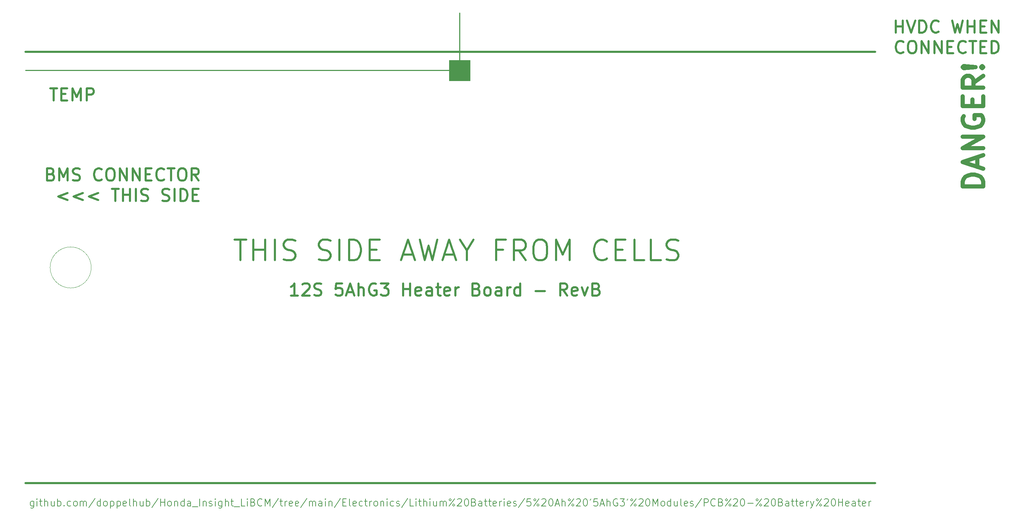
<source format=gto>
%TF.GenerationSoftware,KiCad,Pcbnew,(5.1.9-0-10_14)*%
%TF.CreationDate,2022-12-08T20:25:56-05:00*%
%TF.ProjectId,5AhG3-12S,35416847-332d-4313-9253-2e6b69636164,rev?*%
%TF.SameCoordinates,Original*%
%TF.FileFunction,Legend,Top*%
%TF.FilePolarity,Positive*%
%FSLAX46Y46*%
G04 Gerber Fmt 4.6, Leading zero omitted, Abs format (unit mm)*
G04 Created by KiCad (PCBNEW (5.1.9-0-10_14)) date 2022-12-08 20:25:56*
%MOMM*%
%LPD*%
G01*
G04 APERTURE LIST*
%ADD10C,0.500000*%
%ADD11C,0.250000*%
%ADD12C,0.100000*%
%ADD13C,0.150000*%
%ADD14C,1.000000*%
%ADD15C,0.120000*%
G04 APERTURE END LIST*
D10*
X80032142Y-92357142D02*
X81746428Y-92357142D01*
X80889285Y-95357142D02*
X80889285Y-92357142D01*
X82746428Y-93785714D02*
X83746428Y-93785714D01*
X84175000Y-95357142D02*
X82746428Y-95357142D01*
X82746428Y-92357142D01*
X84175000Y-92357142D01*
X85460714Y-95357142D02*
X85460714Y-92357142D01*
X86460714Y-94500000D01*
X87460714Y-92357142D01*
X87460714Y-95357142D01*
X88889285Y-95357142D02*
X88889285Y-92357142D01*
X90032142Y-92357142D01*
X90317857Y-92500000D01*
X90460714Y-92642857D01*
X90603571Y-92928571D01*
X90603571Y-93357142D01*
X90460714Y-93642857D01*
X90317857Y-93785714D01*
X90032142Y-93928571D01*
X88889285Y-93928571D01*
D11*
X179500000Y-88000000D02*
X74000000Y-88000000D01*
X179500000Y-88000000D02*
X179500000Y-74000000D01*
D12*
G36*
X182000000Y-90500000D02*
G01*
X177000000Y-90500000D01*
X177000000Y-85500000D01*
X182000000Y-85500000D01*
X182000000Y-90500000D01*
G37*
X182000000Y-90500000D02*
X177000000Y-90500000D01*
X177000000Y-85500000D01*
X182000000Y-85500000D01*
X182000000Y-90500000D01*
D13*
X76000000Y-192875000D02*
X76000000Y-194291666D01*
X75916666Y-194458333D01*
X75833333Y-194541666D01*
X75666666Y-194625000D01*
X75416666Y-194625000D01*
X75250000Y-194541666D01*
X76000000Y-193958333D02*
X75833333Y-194041666D01*
X75500000Y-194041666D01*
X75333333Y-193958333D01*
X75250000Y-193875000D01*
X75166666Y-193708333D01*
X75166666Y-193208333D01*
X75250000Y-193041666D01*
X75333333Y-192958333D01*
X75500000Y-192875000D01*
X75833333Y-192875000D01*
X76000000Y-192958333D01*
X76833333Y-194041666D02*
X76833333Y-192875000D01*
X76833333Y-192291666D02*
X76750000Y-192375000D01*
X76833333Y-192458333D01*
X76916666Y-192375000D01*
X76833333Y-192291666D01*
X76833333Y-192458333D01*
X77416666Y-192875000D02*
X78083333Y-192875000D01*
X77666666Y-192291666D02*
X77666666Y-193791666D01*
X77750000Y-193958333D01*
X77916666Y-194041666D01*
X78083333Y-194041666D01*
X78666666Y-194041666D02*
X78666666Y-192291666D01*
X79416666Y-194041666D02*
X79416666Y-193125000D01*
X79333333Y-192958333D01*
X79166666Y-192875000D01*
X78916666Y-192875000D01*
X78750000Y-192958333D01*
X78666666Y-193041666D01*
X81000000Y-192875000D02*
X81000000Y-194041666D01*
X80250000Y-192875000D02*
X80250000Y-193791666D01*
X80333333Y-193958333D01*
X80500000Y-194041666D01*
X80750000Y-194041666D01*
X80916666Y-193958333D01*
X81000000Y-193875000D01*
X81833333Y-194041666D02*
X81833333Y-192291666D01*
X81833333Y-192958333D02*
X82000000Y-192875000D01*
X82333333Y-192875000D01*
X82500000Y-192958333D01*
X82583333Y-193041666D01*
X82666666Y-193208333D01*
X82666666Y-193708333D01*
X82583333Y-193875000D01*
X82500000Y-193958333D01*
X82333333Y-194041666D01*
X82000000Y-194041666D01*
X81833333Y-193958333D01*
X83416666Y-193875000D02*
X83500000Y-193958333D01*
X83416666Y-194041666D01*
X83333333Y-193958333D01*
X83416666Y-193875000D01*
X83416666Y-194041666D01*
X85000000Y-193958333D02*
X84833333Y-194041666D01*
X84500000Y-194041666D01*
X84333333Y-193958333D01*
X84250000Y-193875000D01*
X84166666Y-193708333D01*
X84166666Y-193208333D01*
X84250000Y-193041666D01*
X84333333Y-192958333D01*
X84500000Y-192875000D01*
X84833333Y-192875000D01*
X85000000Y-192958333D01*
X86000000Y-194041666D02*
X85833333Y-193958333D01*
X85750000Y-193875000D01*
X85666666Y-193708333D01*
X85666666Y-193208333D01*
X85750000Y-193041666D01*
X85833333Y-192958333D01*
X86000000Y-192875000D01*
X86250000Y-192875000D01*
X86416666Y-192958333D01*
X86500000Y-193041666D01*
X86583333Y-193208333D01*
X86583333Y-193708333D01*
X86500000Y-193875000D01*
X86416666Y-193958333D01*
X86250000Y-194041666D01*
X86000000Y-194041666D01*
X87333333Y-194041666D02*
X87333333Y-192875000D01*
X87333333Y-193041666D02*
X87416666Y-192958333D01*
X87583333Y-192875000D01*
X87833333Y-192875000D01*
X88000000Y-192958333D01*
X88083333Y-193125000D01*
X88083333Y-194041666D01*
X88083333Y-193125000D02*
X88166666Y-192958333D01*
X88333333Y-192875000D01*
X88583333Y-192875000D01*
X88750000Y-192958333D01*
X88833333Y-193125000D01*
X88833333Y-194041666D01*
X90916666Y-192208333D02*
X89416666Y-194458333D01*
X92250000Y-194041666D02*
X92250000Y-192291666D01*
X92250000Y-193958333D02*
X92083333Y-194041666D01*
X91750000Y-194041666D01*
X91583333Y-193958333D01*
X91500000Y-193875000D01*
X91416666Y-193708333D01*
X91416666Y-193208333D01*
X91500000Y-193041666D01*
X91583333Y-192958333D01*
X91750000Y-192875000D01*
X92083333Y-192875000D01*
X92250000Y-192958333D01*
X93333333Y-194041666D02*
X93166666Y-193958333D01*
X93083333Y-193875000D01*
X93000000Y-193708333D01*
X93000000Y-193208333D01*
X93083333Y-193041666D01*
X93166666Y-192958333D01*
X93333333Y-192875000D01*
X93583333Y-192875000D01*
X93750000Y-192958333D01*
X93833333Y-193041666D01*
X93916666Y-193208333D01*
X93916666Y-193708333D01*
X93833333Y-193875000D01*
X93750000Y-193958333D01*
X93583333Y-194041666D01*
X93333333Y-194041666D01*
X94666666Y-192875000D02*
X94666666Y-194625000D01*
X94666666Y-192958333D02*
X94833333Y-192875000D01*
X95166666Y-192875000D01*
X95333333Y-192958333D01*
X95416666Y-193041666D01*
X95500000Y-193208333D01*
X95500000Y-193708333D01*
X95416666Y-193875000D01*
X95333333Y-193958333D01*
X95166666Y-194041666D01*
X94833333Y-194041666D01*
X94666666Y-193958333D01*
X96250000Y-192875000D02*
X96250000Y-194625000D01*
X96250000Y-192958333D02*
X96416666Y-192875000D01*
X96750000Y-192875000D01*
X96916666Y-192958333D01*
X97000000Y-193041666D01*
X97083333Y-193208333D01*
X97083333Y-193708333D01*
X97000000Y-193875000D01*
X96916666Y-193958333D01*
X96750000Y-194041666D01*
X96416666Y-194041666D01*
X96250000Y-193958333D01*
X98500000Y-193958333D02*
X98333333Y-194041666D01*
X98000000Y-194041666D01*
X97833333Y-193958333D01*
X97750000Y-193791666D01*
X97750000Y-193125000D01*
X97833333Y-192958333D01*
X98000000Y-192875000D01*
X98333333Y-192875000D01*
X98500000Y-192958333D01*
X98583333Y-193125000D01*
X98583333Y-193291666D01*
X97750000Y-193458333D01*
X99583333Y-194041666D02*
X99416666Y-193958333D01*
X99333333Y-193791666D01*
X99333333Y-192291666D01*
X100250000Y-194041666D02*
X100250000Y-192291666D01*
X101000000Y-194041666D02*
X101000000Y-193125000D01*
X100916666Y-192958333D01*
X100750000Y-192875000D01*
X100500000Y-192875000D01*
X100333333Y-192958333D01*
X100250000Y-193041666D01*
X102583333Y-192875000D02*
X102583333Y-194041666D01*
X101833333Y-192875000D02*
X101833333Y-193791666D01*
X101916666Y-193958333D01*
X102083333Y-194041666D01*
X102333333Y-194041666D01*
X102500000Y-193958333D01*
X102583333Y-193875000D01*
X103416666Y-194041666D02*
X103416666Y-192291666D01*
X103416666Y-192958333D02*
X103583333Y-192875000D01*
X103916666Y-192875000D01*
X104083333Y-192958333D01*
X104166666Y-193041666D01*
X104250000Y-193208333D01*
X104250000Y-193708333D01*
X104166666Y-193875000D01*
X104083333Y-193958333D01*
X103916666Y-194041666D01*
X103583333Y-194041666D01*
X103416666Y-193958333D01*
X106250000Y-192208333D02*
X104750000Y-194458333D01*
X106833333Y-194041666D02*
X106833333Y-192291666D01*
X106833333Y-193125000D02*
X107833333Y-193125000D01*
X107833333Y-194041666D02*
X107833333Y-192291666D01*
X108916666Y-194041666D02*
X108750000Y-193958333D01*
X108666666Y-193875000D01*
X108583333Y-193708333D01*
X108583333Y-193208333D01*
X108666666Y-193041666D01*
X108750000Y-192958333D01*
X108916666Y-192875000D01*
X109166666Y-192875000D01*
X109333333Y-192958333D01*
X109416666Y-193041666D01*
X109500000Y-193208333D01*
X109500000Y-193708333D01*
X109416666Y-193875000D01*
X109333333Y-193958333D01*
X109166666Y-194041666D01*
X108916666Y-194041666D01*
X110250000Y-192875000D02*
X110250000Y-194041666D01*
X110250000Y-193041666D02*
X110333333Y-192958333D01*
X110500000Y-192875000D01*
X110750000Y-192875000D01*
X110916666Y-192958333D01*
X111000000Y-193125000D01*
X111000000Y-194041666D01*
X112583333Y-194041666D02*
X112583333Y-192291666D01*
X112583333Y-193958333D02*
X112416666Y-194041666D01*
X112083333Y-194041666D01*
X111916666Y-193958333D01*
X111833333Y-193875000D01*
X111750000Y-193708333D01*
X111750000Y-193208333D01*
X111833333Y-193041666D01*
X111916666Y-192958333D01*
X112083333Y-192875000D01*
X112416666Y-192875000D01*
X112583333Y-192958333D01*
X114166666Y-194041666D02*
X114166666Y-193125000D01*
X114083333Y-192958333D01*
X113916666Y-192875000D01*
X113583333Y-192875000D01*
X113416666Y-192958333D01*
X114166666Y-193958333D02*
X114000000Y-194041666D01*
X113583333Y-194041666D01*
X113416666Y-193958333D01*
X113333333Y-193791666D01*
X113333333Y-193625000D01*
X113416666Y-193458333D01*
X113583333Y-193375000D01*
X114000000Y-193375000D01*
X114166666Y-193291666D01*
X114583333Y-194208333D02*
X115916666Y-194208333D01*
X116333333Y-194041666D02*
X116333333Y-192291666D01*
X117166666Y-192875000D02*
X117166666Y-194041666D01*
X117166666Y-193041666D02*
X117250000Y-192958333D01*
X117416666Y-192875000D01*
X117666666Y-192875000D01*
X117833333Y-192958333D01*
X117916666Y-193125000D01*
X117916666Y-194041666D01*
X118666666Y-193958333D02*
X118833333Y-194041666D01*
X119166666Y-194041666D01*
X119333333Y-193958333D01*
X119416666Y-193791666D01*
X119416666Y-193708333D01*
X119333333Y-193541666D01*
X119166666Y-193458333D01*
X118916666Y-193458333D01*
X118750000Y-193375000D01*
X118666666Y-193208333D01*
X118666666Y-193125000D01*
X118750000Y-192958333D01*
X118916666Y-192875000D01*
X119166666Y-192875000D01*
X119333333Y-192958333D01*
X120166666Y-194041666D02*
X120166666Y-192875000D01*
X120166666Y-192291666D02*
X120083333Y-192375000D01*
X120166666Y-192458333D01*
X120250000Y-192375000D01*
X120166666Y-192291666D01*
X120166666Y-192458333D01*
X121750000Y-192875000D02*
X121750000Y-194291666D01*
X121666666Y-194458333D01*
X121583333Y-194541666D01*
X121416666Y-194625000D01*
X121166666Y-194625000D01*
X121000000Y-194541666D01*
X121750000Y-193958333D02*
X121583333Y-194041666D01*
X121250000Y-194041666D01*
X121083333Y-193958333D01*
X121000000Y-193875000D01*
X120916666Y-193708333D01*
X120916666Y-193208333D01*
X121000000Y-193041666D01*
X121083333Y-192958333D01*
X121250000Y-192875000D01*
X121583333Y-192875000D01*
X121750000Y-192958333D01*
X122583333Y-194041666D02*
X122583333Y-192291666D01*
X123333333Y-194041666D02*
X123333333Y-193125000D01*
X123250000Y-192958333D01*
X123083333Y-192875000D01*
X122833333Y-192875000D01*
X122666666Y-192958333D01*
X122583333Y-193041666D01*
X123916666Y-192875000D02*
X124583333Y-192875000D01*
X124166666Y-192291666D02*
X124166666Y-193791666D01*
X124250000Y-193958333D01*
X124416666Y-194041666D01*
X124583333Y-194041666D01*
X124750000Y-194208333D02*
X126083333Y-194208333D01*
X127333333Y-194041666D02*
X126500000Y-194041666D01*
X126500000Y-192291666D01*
X127916666Y-194041666D02*
X127916666Y-192875000D01*
X127916666Y-192291666D02*
X127833333Y-192375000D01*
X127916666Y-192458333D01*
X128000000Y-192375000D01*
X127916666Y-192291666D01*
X127916666Y-192458333D01*
X129333333Y-193125000D02*
X129583333Y-193208333D01*
X129666666Y-193291666D01*
X129750000Y-193458333D01*
X129750000Y-193708333D01*
X129666666Y-193875000D01*
X129583333Y-193958333D01*
X129416666Y-194041666D01*
X128750000Y-194041666D01*
X128750000Y-192291666D01*
X129333333Y-192291666D01*
X129500000Y-192375000D01*
X129583333Y-192458333D01*
X129666666Y-192625000D01*
X129666666Y-192791666D01*
X129583333Y-192958333D01*
X129500000Y-193041666D01*
X129333333Y-193125000D01*
X128750000Y-193125000D01*
X131500000Y-193875000D02*
X131416666Y-193958333D01*
X131166666Y-194041666D01*
X131000000Y-194041666D01*
X130750000Y-193958333D01*
X130583333Y-193791666D01*
X130500000Y-193625000D01*
X130416666Y-193291666D01*
X130416666Y-193041666D01*
X130500000Y-192708333D01*
X130583333Y-192541666D01*
X130750000Y-192375000D01*
X131000000Y-192291666D01*
X131166666Y-192291666D01*
X131416666Y-192375000D01*
X131500000Y-192458333D01*
X132250000Y-194041666D02*
X132250000Y-192291666D01*
X132833333Y-193541666D01*
X133416666Y-192291666D01*
X133416666Y-194041666D01*
X135500000Y-192208333D02*
X134000000Y-194458333D01*
X135833333Y-192875000D02*
X136500000Y-192875000D01*
X136083333Y-192291666D02*
X136083333Y-193791666D01*
X136166666Y-193958333D01*
X136333333Y-194041666D01*
X136500000Y-194041666D01*
X137083333Y-194041666D02*
X137083333Y-192875000D01*
X137083333Y-193208333D02*
X137166666Y-193041666D01*
X137250000Y-192958333D01*
X137416666Y-192875000D01*
X137583333Y-192875000D01*
X138833333Y-193958333D02*
X138666666Y-194041666D01*
X138333333Y-194041666D01*
X138166666Y-193958333D01*
X138083333Y-193791666D01*
X138083333Y-193125000D01*
X138166666Y-192958333D01*
X138333333Y-192875000D01*
X138666666Y-192875000D01*
X138833333Y-192958333D01*
X138916666Y-193125000D01*
X138916666Y-193291666D01*
X138083333Y-193458333D01*
X140333333Y-193958333D02*
X140166666Y-194041666D01*
X139833333Y-194041666D01*
X139666666Y-193958333D01*
X139583333Y-193791666D01*
X139583333Y-193125000D01*
X139666666Y-192958333D01*
X139833333Y-192875000D01*
X140166666Y-192875000D01*
X140333333Y-192958333D01*
X140416666Y-193125000D01*
X140416666Y-193291666D01*
X139583333Y-193458333D01*
X142416666Y-192208333D02*
X140916666Y-194458333D01*
X143000000Y-194041666D02*
X143000000Y-192875000D01*
X143000000Y-193041666D02*
X143083333Y-192958333D01*
X143250000Y-192875000D01*
X143500000Y-192875000D01*
X143666666Y-192958333D01*
X143750000Y-193125000D01*
X143750000Y-194041666D01*
X143750000Y-193125000D02*
X143833333Y-192958333D01*
X144000000Y-192875000D01*
X144250000Y-192875000D01*
X144416666Y-192958333D01*
X144500000Y-193125000D01*
X144500000Y-194041666D01*
X146083333Y-194041666D02*
X146083333Y-193125000D01*
X146000000Y-192958333D01*
X145833333Y-192875000D01*
X145500000Y-192875000D01*
X145333333Y-192958333D01*
X146083333Y-193958333D02*
X145916666Y-194041666D01*
X145500000Y-194041666D01*
X145333333Y-193958333D01*
X145250000Y-193791666D01*
X145250000Y-193625000D01*
X145333333Y-193458333D01*
X145500000Y-193375000D01*
X145916666Y-193375000D01*
X146083333Y-193291666D01*
X146916666Y-194041666D02*
X146916666Y-192875000D01*
X146916666Y-192291666D02*
X146833333Y-192375000D01*
X146916666Y-192458333D01*
X147000000Y-192375000D01*
X146916666Y-192291666D01*
X146916666Y-192458333D01*
X147750000Y-192875000D02*
X147750000Y-194041666D01*
X147750000Y-193041666D02*
X147833333Y-192958333D01*
X148000000Y-192875000D01*
X148250000Y-192875000D01*
X148416666Y-192958333D01*
X148500000Y-193125000D01*
X148500000Y-194041666D01*
X150583333Y-192208333D02*
X149083333Y-194458333D01*
X151166666Y-193125000D02*
X151750000Y-193125000D01*
X152000000Y-194041666D02*
X151166666Y-194041666D01*
X151166666Y-192291666D01*
X152000000Y-192291666D01*
X153000000Y-194041666D02*
X152833333Y-193958333D01*
X152750000Y-193791666D01*
X152750000Y-192291666D01*
X154333333Y-193958333D02*
X154166666Y-194041666D01*
X153833333Y-194041666D01*
X153666666Y-193958333D01*
X153583333Y-193791666D01*
X153583333Y-193125000D01*
X153666666Y-192958333D01*
X153833333Y-192875000D01*
X154166666Y-192875000D01*
X154333333Y-192958333D01*
X154416666Y-193125000D01*
X154416666Y-193291666D01*
X153583333Y-193458333D01*
X155916666Y-193958333D02*
X155750000Y-194041666D01*
X155416666Y-194041666D01*
X155250000Y-193958333D01*
X155166666Y-193875000D01*
X155083333Y-193708333D01*
X155083333Y-193208333D01*
X155166666Y-193041666D01*
X155250000Y-192958333D01*
X155416666Y-192875000D01*
X155750000Y-192875000D01*
X155916666Y-192958333D01*
X156416666Y-192875000D02*
X157083333Y-192875000D01*
X156666666Y-192291666D02*
X156666666Y-193791666D01*
X156750000Y-193958333D01*
X156916666Y-194041666D01*
X157083333Y-194041666D01*
X157666666Y-194041666D02*
X157666666Y-192875000D01*
X157666666Y-193208333D02*
X157750000Y-193041666D01*
X157833333Y-192958333D01*
X158000000Y-192875000D01*
X158166666Y-192875000D01*
X159000000Y-194041666D02*
X158833333Y-193958333D01*
X158750000Y-193875000D01*
X158666666Y-193708333D01*
X158666666Y-193208333D01*
X158750000Y-193041666D01*
X158833333Y-192958333D01*
X159000000Y-192875000D01*
X159250000Y-192875000D01*
X159416666Y-192958333D01*
X159500000Y-193041666D01*
X159583333Y-193208333D01*
X159583333Y-193708333D01*
X159500000Y-193875000D01*
X159416666Y-193958333D01*
X159250000Y-194041666D01*
X159000000Y-194041666D01*
X160333333Y-192875000D02*
X160333333Y-194041666D01*
X160333333Y-193041666D02*
X160416666Y-192958333D01*
X160583333Y-192875000D01*
X160833333Y-192875000D01*
X161000000Y-192958333D01*
X161083333Y-193125000D01*
X161083333Y-194041666D01*
X161916666Y-194041666D02*
X161916666Y-192875000D01*
X161916666Y-192291666D02*
X161833333Y-192375000D01*
X161916666Y-192458333D01*
X162000000Y-192375000D01*
X161916666Y-192291666D01*
X161916666Y-192458333D01*
X163500000Y-193958333D02*
X163333333Y-194041666D01*
X163000000Y-194041666D01*
X162833333Y-193958333D01*
X162750000Y-193875000D01*
X162666666Y-193708333D01*
X162666666Y-193208333D01*
X162750000Y-193041666D01*
X162833333Y-192958333D01*
X163000000Y-192875000D01*
X163333333Y-192875000D01*
X163500000Y-192958333D01*
X164166666Y-193958333D02*
X164333333Y-194041666D01*
X164666666Y-194041666D01*
X164833333Y-193958333D01*
X164916666Y-193791666D01*
X164916666Y-193708333D01*
X164833333Y-193541666D01*
X164666666Y-193458333D01*
X164416666Y-193458333D01*
X164250000Y-193375000D01*
X164166666Y-193208333D01*
X164166666Y-193125000D01*
X164250000Y-192958333D01*
X164416666Y-192875000D01*
X164666666Y-192875000D01*
X164833333Y-192958333D01*
X166916666Y-192208333D02*
X165416666Y-194458333D01*
X168333333Y-194041666D02*
X167500000Y-194041666D01*
X167500000Y-192291666D01*
X168916666Y-194041666D02*
X168916666Y-192875000D01*
X168916666Y-192291666D02*
X168833333Y-192375000D01*
X168916666Y-192458333D01*
X169000000Y-192375000D01*
X168916666Y-192291666D01*
X168916666Y-192458333D01*
X169500000Y-192875000D02*
X170166666Y-192875000D01*
X169750000Y-192291666D02*
X169750000Y-193791666D01*
X169833333Y-193958333D01*
X170000000Y-194041666D01*
X170166666Y-194041666D01*
X170750000Y-194041666D02*
X170750000Y-192291666D01*
X171500000Y-194041666D02*
X171500000Y-193125000D01*
X171416666Y-192958333D01*
X171250000Y-192875000D01*
X171000000Y-192875000D01*
X170833333Y-192958333D01*
X170750000Y-193041666D01*
X172333333Y-194041666D02*
X172333333Y-192875000D01*
X172333333Y-192291666D02*
X172250000Y-192375000D01*
X172333333Y-192458333D01*
X172416666Y-192375000D01*
X172333333Y-192291666D01*
X172333333Y-192458333D01*
X173916666Y-192875000D02*
X173916666Y-194041666D01*
X173166666Y-192875000D02*
X173166666Y-193791666D01*
X173250000Y-193958333D01*
X173416666Y-194041666D01*
X173666666Y-194041666D01*
X173833333Y-193958333D01*
X173916666Y-193875000D01*
X174750000Y-194041666D02*
X174750000Y-192875000D01*
X174750000Y-193041666D02*
X174833333Y-192958333D01*
X175000000Y-192875000D01*
X175250000Y-192875000D01*
X175416666Y-192958333D01*
X175500000Y-193125000D01*
X175500000Y-194041666D01*
X175500000Y-193125000D02*
X175583333Y-192958333D01*
X175750000Y-192875000D01*
X176000000Y-192875000D01*
X176166666Y-192958333D01*
X176250000Y-193125000D01*
X176250000Y-194041666D01*
X177000000Y-194041666D02*
X178333333Y-192291666D01*
X177250000Y-192291666D02*
X177416666Y-192375000D01*
X177500000Y-192541666D01*
X177416666Y-192708333D01*
X177250000Y-192791666D01*
X177083333Y-192708333D01*
X177000000Y-192541666D01*
X177083333Y-192375000D01*
X177250000Y-192291666D01*
X178250000Y-193958333D02*
X178333333Y-193791666D01*
X178250000Y-193625000D01*
X178083333Y-193541666D01*
X177916666Y-193625000D01*
X177833333Y-193791666D01*
X177916666Y-193958333D01*
X178083333Y-194041666D01*
X178250000Y-193958333D01*
X179000000Y-192458333D02*
X179083333Y-192375000D01*
X179250000Y-192291666D01*
X179666666Y-192291666D01*
X179833333Y-192375000D01*
X179916666Y-192458333D01*
X180000000Y-192625000D01*
X180000000Y-192791666D01*
X179916666Y-193041666D01*
X178916666Y-194041666D01*
X180000000Y-194041666D01*
X181083333Y-192291666D02*
X181250000Y-192291666D01*
X181416666Y-192375000D01*
X181500000Y-192458333D01*
X181583333Y-192625000D01*
X181666666Y-192958333D01*
X181666666Y-193375000D01*
X181583333Y-193708333D01*
X181500000Y-193875000D01*
X181416666Y-193958333D01*
X181250000Y-194041666D01*
X181083333Y-194041666D01*
X180916666Y-193958333D01*
X180833333Y-193875000D01*
X180750000Y-193708333D01*
X180666666Y-193375000D01*
X180666666Y-192958333D01*
X180750000Y-192625000D01*
X180833333Y-192458333D01*
X180916666Y-192375000D01*
X181083333Y-192291666D01*
X183000000Y-193125000D02*
X183250000Y-193208333D01*
X183333333Y-193291666D01*
X183416666Y-193458333D01*
X183416666Y-193708333D01*
X183333333Y-193875000D01*
X183250000Y-193958333D01*
X183083333Y-194041666D01*
X182416666Y-194041666D01*
X182416666Y-192291666D01*
X183000000Y-192291666D01*
X183166666Y-192375000D01*
X183250000Y-192458333D01*
X183333333Y-192625000D01*
X183333333Y-192791666D01*
X183250000Y-192958333D01*
X183166666Y-193041666D01*
X183000000Y-193125000D01*
X182416666Y-193125000D01*
X184916666Y-194041666D02*
X184916666Y-193125000D01*
X184833333Y-192958333D01*
X184666666Y-192875000D01*
X184333333Y-192875000D01*
X184166666Y-192958333D01*
X184916666Y-193958333D02*
X184750000Y-194041666D01*
X184333333Y-194041666D01*
X184166666Y-193958333D01*
X184083333Y-193791666D01*
X184083333Y-193625000D01*
X184166666Y-193458333D01*
X184333333Y-193375000D01*
X184750000Y-193375000D01*
X184916666Y-193291666D01*
X185500000Y-192875000D02*
X186166666Y-192875000D01*
X185750000Y-192291666D02*
X185750000Y-193791666D01*
X185833333Y-193958333D01*
X186000000Y-194041666D01*
X186166666Y-194041666D01*
X186500000Y-192875000D02*
X187166666Y-192875000D01*
X186750000Y-192291666D02*
X186750000Y-193791666D01*
X186833333Y-193958333D01*
X187000000Y-194041666D01*
X187166666Y-194041666D01*
X188416666Y-193958333D02*
X188250000Y-194041666D01*
X187916666Y-194041666D01*
X187750000Y-193958333D01*
X187666666Y-193791666D01*
X187666666Y-193125000D01*
X187750000Y-192958333D01*
X187916666Y-192875000D01*
X188250000Y-192875000D01*
X188416666Y-192958333D01*
X188500000Y-193125000D01*
X188500000Y-193291666D01*
X187666666Y-193458333D01*
X189250000Y-194041666D02*
X189250000Y-192875000D01*
X189250000Y-193208333D02*
X189333333Y-193041666D01*
X189416666Y-192958333D01*
X189583333Y-192875000D01*
X189750000Y-192875000D01*
X190333333Y-194041666D02*
X190333333Y-192875000D01*
X190333333Y-192291666D02*
X190250000Y-192375000D01*
X190333333Y-192458333D01*
X190416666Y-192375000D01*
X190333333Y-192291666D01*
X190333333Y-192458333D01*
X191833333Y-193958333D02*
X191666666Y-194041666D01*
X191333333Y-194041666D01*
X191166666Y-193958333D01*
X191083333Y-193791666D01*
X191083333Y-193125000D01*
X191166666Y-192958333D01*
X191333333Y-192875000D01*
X191666666Y-192875000D01*
X191833333Y-192958333D01*
X191916666Y-193125000D01*
X191916666Y-193291666D01*
X191083333Y-193458333D01*
X192583333Y-193958333D02*
X192750000Y-194041666D01*
X193083333Y-194041666D01*
X193250000Y-193958333D01*
X193333333Y-193791666D01*
X193333333Y-193708333D01*
X193250000Y-193541666D01*
X193083333Y-193458333D01*
X192833333Y-193458333D01*
X192666666Y-193375000D01*
X192583333Y-193208333D01*
X192583333Y-193125000D01*
X192666666Y-192958333D01*
X192833333Y-192875000D01*
X193083333Y-192875000D01*
X193250000Y-192958333D01*
X195333333Y-192208333D02*
X193833333Y-194458333D01*
X196750000Y-192291666D02*
X195916666Y-192291666D01*
X195833333Y-193125000D01*
X195916666Y-193041666D01*
X196083333Y-192958333D01*
X196500000Y-192958333D01*
X196666666Y-193041666D01*
X196750000Y-193125000D01*
X196833333Y-193291666D01*
X196833333Y-193708333D01*
X196750000Y-193875000D01*
X196666666Y-193958333D01*
X196500000Y-194041666D01*
X196083333Y-194041666D01*
X195916666Y-193958333D01*
X195833333Y-193875000D01*
X197500000Y-194041666D02*
X198833333Y-192291666D01*
X197750000Y-192291666D02*
X197916666Y-192375000D01*
X198000000Y-192541666D01*
X197916666Y-192708333D01*
X197750000Y-192791666D01*
X197583333Y-192708333D01*
X197500000Y-192541666D01*
X197583333Y-192375000D01*
X197750000Y-192291666D01*
X198750000Y-193958333D02*
X198833333Y-193791666D01*
X198750000Y-193625000D01*
X198583333Y-193541666D01*
X198416666Y-193625000D01*
X198333333Y-193791666D01*
X198416666Y-193958333D01*
X198583333Y-194041666D01*
X198750000Y-193958333D01*
X199500000Y-192458333D02*
X199583333Y-192375000D01*
X199750000Y-192291666D01*
X200166666Y-192291666D01*
X200333333Y-192375000D01*
X200416666Y-192458333D01*
X200500000Y-192625000D01*
X200500000Y-192791666D01*
X200416666Y-193041666D01*
X199416666Y-194041666D01*
X200500000Y-194041666D01*
X201583333Y-192291666D02*
X201750000Y-192291666D01*
X201916666Y-192375000D01*
X202000000Y-192458333D01*
X202083333Y-192625000D01*
X202166666Y-192958333D01*
X202166666Y-193375000D01*
X202083333Y-193708333D01*
X202000000Y-193875000D01*
X201916666Y-193958333D01*
X201750000Y-194041666D01*
X201583333Y-194041666D01*
X201416666Y-193958333D01*
X201333333Y-193875000D01*
X201250000Y-193708333D01*
X201166666Y-193375000D01*
X201166666Y-192958333D01*
X201250000Y-192625000D01*
X201333333Y-192458333D01*
X201416666Y-192375000D01*
X201583333Y-192291666D01*
X202833333Y-193541666D02*
X203666666Y-193541666D01*
X202666666Y-194041666D02*
X203250000Y-192291666D01*
X203833333Y-194041666D01*
X204416666Y-194041666D02*
X204416666Y-192291666D01*
X205166666Y-194041666D02*
X205166666Y-193125000D01*
X205083333Y-192958333D01*
X204916666Y-192875000D01*
X204666666Y-192875000D01*
X204500000Y-192958333D01*
X204416666Y-193041666D01*
X205916666Y-194041666D02*
X207250000Y-192291666D01*
X206166666Y-192291666D02*
X206333333Y-192375000D01*
X206416666Y-192541666D01*
X206333333Y-192708333D01*
X206166666Y-192791666D01*
X206000000Y-192708333D01*
X205916666Y-192541666D01*
X206000000Y-192375000D01*
X206166666Y-192291666D01*
X207166666Y-193958333D02*
X207250000Y-193791666D01*
X207166666Y-193625000D01*
X207000000Y-193541666D01*
X206833333Y-193625000D01*
X206750000Y-193791666D01*
X206833333Y-193958333D01*
X207000000Y-194041666D01*
X207166666Y-193958333D01*
X207916666Y-192458333D02*
X208000000Y-192375000D01*
X208166666Y-192291666D01*
X208583333Y-192291666D01*
X208750000Y-192375000D01*
X208833333Y-192458333D01*
X208916666Y-192625000D01*
X208916666Y-192791666D01*
X208833333Y-193041666D01*
X207833333Y-194041666D01*
X208916666Y-194041666D01*
X210000000Y-192291666D02*
X210166666Y-192291666D01*
X210333333Y-192375000D01*
X210416666Y-192458333D01*
X210500000Y-192625000D01*
X210583333Y-192958333D01*
X210583333Y-193375000D01*
X210500000Y-193708333D01*
X210416666Y-193875000D01*
X210333333Y-193958333D01*
X210166666Y-194041666D01*
X210000000Y-194041666D01*
X209833333Y-193958333D01*
X209750000Y-193875000D01*
X209666666Y-193708333D01*
X209583333Y-193375000D01*
X209583333Y-192958333D01*
X209666666Y-192625000D01*
X209750000Y-192458333D01*
X209833333Y-192375000D01*
X210000000Y-192291666D01*
X211416666Y-192291666D02*
X211250000Y-192625000D01*
X213000000Y-192291666D02*
X212166666Y-192291666D01*
X212083333Y-193125000D01*
X212166666Y-193041666D01*
X212333333Y-192958333D01*
X212750000Y-192958333D01*
X212916666Y-193041666D01*
X213000000Y-193125000D01*
X213083333Y-193291666D01*
X213083333Y-193708333D01*
X213000000Y-193875000D01*
X212916666Y-193958333D01*
X212750000Y-194041666D01*
X212333333Y-194041666D01*
X212166666Y-193958333D01*
X212083333Y-193875000D01*
X213750000Y-193541666D02*
X214583333Y-193541666D01*
X213583333Y-194041666D02*
X214166666Y-192291666D01*
X214750000Y-194041666D01*
X215333333Y-194041666D02*
X215333333Y-192291666D01*
X216083333Y-194041666D02*
X216083333Y-193125000D01*
X216000000Y-192958333D01*
X215833333Y-192875000D01*
X215583333Y-192875000D01*
X215416666Y-192958333D01*
X215333333Y-193041666D01*
X217833333Y-192375000D02*
X217666666Y-192291666D01*
X217416666Y-192291666D01*
X217166666Y-192375000D01*
X217000000Y-192541666D01*
X216916666Y-192708333D01*
X216833333Y-193041666D01*
X216833333Y-193291666D01*
X216916666Y-193625000D01*
X217000000Y-193791666D01*
X217166666Y-193958333D01*
X217416666Y-194041666D01*
X217583333Y-194041666D01*
X217833333Y-193958333D01*
X217916666Y-193875000D01*
X217916666Y-193291666D01*
X217583333Y-193291666D01*
X218500000Y-192291666D02*
X219583333Y-192291666D01*
X219000000Y-192958333D01*
X219250000Y-192958333D01*
X219416666Y-193041666D01*
X219500000Y-193125000D01*
X219583333Y-193291666D01*
X219583333Y-193708333D01*
X219500000Y-193875000D01*
X219416666Y-193958333D01*
X219250000Y-194041666D01*
X218750000Y-194041666D01*
X218583333Y-193958333D01*
X218500000Y-193875000D01*
X220416666Y-192291666D02*
X220250000Y-192625000D01*
X221083333Y-194041666D02*
X222416666Y-192291666D01*
X221333333Y-192291666D02*
X221500000Y-192375000D01*
X221583333Y-192541666D01*
X221500000Y-192708333D01*
X221333333Y-192791666D01*
X221166666Y-192708333D01*
X221083333Y-192541666D01*
X221166666Y-192375000D01*
X221333333Y-192291666D01*
X222333333Y-193958333D02*
X222416666Y-193791666D01*
X222333333Y-193625000D01*
X222166666Y-193541666D01*
X222000000Y-193625000D01*
X221916666Y-193791666D01*
X222000000Y-193958333D01*
X222166666Y-194041666D01*
X222333333Y-193958333D01*
X223083333Y-192458333D02*
X223166666Y-192375000D01*
X223333333Y-192291666D01*
X223750000Y-192291666D01*
X223916666Y-192375000D01*
X224000000Y-192458333D01*
X224083333Y-192625000D01*
X224083333Y-192791666D01*
X224000000Y-193041666D01*
X223000000Y-194041666D01*
X224083333Y-194041666D01*
X225166666Y-192291666D02*
X225333333Y-192291666D01*
X225500000Y-192375000D01*
X225583333Y-192458333D01*
X225666666Y-192625000D01*
X225750000Y-192958333D01*
X225750000Y-193375000D01*
X225666666Y-193708333D01*
X225583333Y-193875000D01*
X225500000Y-193958333D01*
X225333333Y-194041666D01*
X225166666Y-194041666D01*
X225000000Y-193958333D01*
X224916666Y-193875000D01*
X224833333Y-193708333D01*
X224750000Y-193375000D01*
X224750000Y-192958333D01*
X224833333Y-192625000D01*
X224916666Y-192458333D01*
X225000000Y-192375000D01*
X225166666Y-192291666D01*
X226500000Y-194041666D02*
X226500000Y-192291666D01*
X227083333Y-193541666D01*
X227666666Y-192291666D01*
X227666666Y-194041666D01*
X228750000Y-194041666D02*
X228583333Y-193958333D01*
X228500000Y-193875000D01*
X228416666Y-193708333D01*
X228416666Y-193208333D01*
X228500000Y-193041666D01*
X228583333Y-192958333D01*
X228750000Y-192875000D01*
X229000000Y-192875000D01*
X229166666Y-192958333D01*
X229250000Y-193041666D01*
X229333333Y-193208333D01*
X229333333Y-193708333D01*
X229250000Y-193875000D01*
X229166666Y-193958333D01*
X229000000Y-194041666D01*
X228750000Y-194041666D01*
X230833333Y-194041666D02*
X230833333Y-192291666D01*
X230833333Y-193958333D02*
X230666666Y-194041666D01*
X230333333Y-194041666D01*
X230166666Y-193958333D01*
X230083333Y-193875000D01*
X230000000Y-193708333D01*
X230000000Y-193208333D01*
X230083333Y-193041666D01*
X230166666Y-192958333D01*
X230333333Y-192875000D01*
X230666666Y-192875000D01*
X230833333Y-192958333D01*
X232416666Y-192875000D02*
X232416666Y-194041666D01*
X231666666Y-192875000D02*
X231666666Y-193791666D01*
X231750000Y-193958333D01*
X231916666Y-194041666D01*
X232166666Y-194041666D01*
X232333333Y-193958333D01*
X232416666Y-193875000D01*
X233500000Y-194041666D02*
X233333333Y-193958333D01*
X233250000Y-193791666D01*
X233250000Y-192291666D01*
X234833333Y-193958333D02*
X234666666Y-194041666D01*
X234333333Y-194041666D01*
X234166666Y-193958333D01*
X234083333Y-193791666D01*
X234083333Y-193125000D01*
X234166666Y-192958333D01*
X234333333Y-192875000D01*
X234666666Y-192875000D01*
X234833333Y-192958333D01*
X234916666Y-193125000D01*
X234916666Y-193291666D01*
X234083333Y-193458333D01*
X235583333Y-193958333D02*
X235750000Y-194041666D01*
X236083333Y-194041666D01*
X236250000Y-193958333D01*
X236333333Y-193791666D01*
X236333333Y-193708333D01*
X236250000Y-193541666D01*
X236083333Y-193458333D01*
X235833333Y-193458333D01*
X235666666Y-193375000D01*
X235583333Y-193208333D01*
X235583333Y-193125000D01*
X235666666Y-192958333D01*
X235833333Y-192875000D01*
X236083333Y-192875000D01*
X236250000Y-192958333D01*
X238333333Y-192208333D02*
X236833333Y-194458333D01*
X238916666Y-194041666D02*
X238916666Y-192291666D01*
X239583333Y-192291666D01*
X239750000Y-192375000D01*
X239833333Y-192458333D01*
X239916666Y-192625000D01*
X239916666Y-192875000D01*
X239833333Y-193041666D01*
X239750000Y-193125000D01*
X239583333Y-193208333D01*
X238916666Y-193208333D01*
X241666666Y-193875000D02*
X241583333Y-193958333D01*
X241333333Y-194041666D01*
X241166666Y-194041666D01*
X240916666Y-193958333D01*
X240750000Y-193791666D01*
X240666666Y-193625000D01*
X240583333Y-193291666D01*
X240583333Y-193041666D01*
X240666666Y-192708333D01*
X240750000Y-192541666D01*
X240916666Y-192375000D01*
X241166666Y-192291666D01*
X241333333Y-192291666D01*
X241583333Y-192375000D01*
X241666666Y-192458333D01*
X243000000Y-193125000D02*
X243250000Y-193208333D01*
X243333333Y-193291666D01*
X243416666Y-193458333D01*
X243416666Y-193708333D01*
X243333333Y-193875000D01*
X243250000Y-193958333D01*
X243083333Y-194041666D01*
X242416666Y-194041666D01*
X242416666Y-192291666D01*
X243000000Y-192291666D01*
X243166666Y-192375000D01*
X243250000Y-192458333D01*
X243333333Y-192625000D01*
X243333333Y-192791666D01*
X243250000Y-192958333D01*
X243166666Y-193041666D01*
X243000000Y-193125000D01*
X242416666Y-193125000D01*
X244083333Y-194041666D02*
X245416666Y-192291666D01*
X244333333Y-192291666D02*
X244500000Y-192375000D01*
X244583333Y-192541666D01*
X244500000Y-192708333D01*
X244333333Y-192791666D01*
X244166666Y-192708333D01*
X244083333Y-192541666D01*
X244166666Y-192375000D01*
X244333333Y-192291666D01*
X245333333Y-193958333D02*
X245416666Y-193791666D01*
X245333333Y-193625000D01*
X245166666Y-193541666D01*
X245000000Y-193625000D01*
X244916666Y-193791666D01*
X245000000Y-193958333D01*
X245166666Y-194041666D01*
X245333333Y-193958333D01*
X246083333Y-192458333D02*
X246166666Y-192375000D01*
X246333333Y-192291666D01*
X246750000Y-192291666D01*
X246916666Y-192375000D01*
X247000000Y-192458333D01*
X247083333Y-192625000D01*
X247083333Y-192791666D01*
X247000000Y-193041666D01*
X246000000Y-194041666D01*
X247083333Y-194041666D01*
X248166666Y-192291666D02*
X248333333Y-192291666D01*
X248500000Y-192375000D01*
X248583333Y-192458333D01*
X248666666Y-192625000D01*
X248750000Y-192958333D01*
X248750000Y-193375000D01*
X248666666Y-193708333D01*
X248583333Y-193875000D01*
X248500000Y-193958333D01*
X248333333Y-194041666D01*
X248166666Y-194041666D01*
X248000000Y-193958333D01*
X247916666Y-193875000D01*
X247833333Y-193708333D01*
X247750000Y-193375000D01*
X247750000Y-192958333D01*
X247833333Y-192625000D01*
X247916666Y-192458333D01*
X248000000Y-192375000D01*
X248166666Y-192291666D01*
X249500000Y-193375000D02*
X250833333Y-193375000D01*
X251583333Y-194041666D02*
X252916666Y-192291666D01*
X251833333Y-192291666D02*
X252000000Y-192375000D01*
X252083333Y-192541666D01*
X252000000Y-192708333D01*
X251833333Y-192791666D01*
X251666666Y-192708333D01*
X251583333Y-192541666D01*
X251666666Y-192375000D01*
X251833333Y-192291666D01*
X252833333Y-193958333D02*
X252916666Y-193791666D01*
X252833333Y-193625000D01*
X252666666Y-193541666D01*
X252500000Y-193625000D01*
X252416666Y-193791666D01*
X252500000Y-193958333D01*
X252666666Y-194041666D01*
X252833333Y-193958333D01*
X253583333Y-192458333D02*
X253666666Y-192375000D01*
X253833333Y-192291666D01*
X254250000Y-192291666D01*
X254416666Y-192375000D01*
X254500000Y-192458333D01*
X254583333Y-192625000D01*
X254583333Y-192791666D01*
X254500000Y-193041666D01*
X253500000Y-194041666D01*
X254583333Y-194041666D01*
X255666666Y-192291666D02*
X255833333Y-192291666D01*
X256000000Y-192375000D01*
X256083333Y-192458333D01*
X256166666Y-192625000D01*
X256250000Y-192958333D01*
X256250000Y-193375000D01*
X256166666Y-193708333D01*
X256083333Y-193875000D01*
X256000000Y-193958333D01*
X255833333Y-194041666D01*
X255666666Y-194041666D01*
X255500000Y-193958333D01*
X255416666Y-193875000D01*
X255333333Y-193708333D01*
X255250000Y-193375000D01*
X255250000Y-192958333D01*
X255333333Y-192625000D01*
X255416666Y-192458333D01*
X255500000Y-192375000D01*
X255666666Y-192291666D01*
X257583333Y-193125000D02*
X257833333Y-193208333D01*
X257916666Y-193291666D01*
X257999999Y-193458333D01*
X257999999Y-193708333D01*
X257916666Y-193875000D01*
X257833333Y-193958333D01*
X257666666Y-194041666D01*
X256999999Y-194041666D01*
X256999999Y-192291666D01*
X257583333Y-192291666D01*
X257749999Y-192375000D01*
X257833333Y-192458333D01*
X257916666Y-192625000D01*
X257916666Y-192791666D01*
X257833333Y-192958333D01*
X257749999Y-193041666D01*
X257583333Y-193125000D01*
X256999999Y-193125000D01*
X259499999Y-194041666D02*
X259499999Y-193125000D01*
X259416666Y-192958333D01*
X259249999Y-192875000D01*
X258916666Y-192875000D01*
X258749999Y-192958333D01*
X259499999Y-193958333D02*
X259333333Y-194041666D01*
X258916666Y-194041666D01*
X258749999Y-193958333D01*
X258666666Y-193791666D01*
X258666666Y-193625000D01*
X258749999Y-193458333D01*
X258916666Y-193375000D01*
X259333333Y-193375000D01*
X259499999Y-193291666D01*
X260083333Y-192875000D02*
X260750000Y-192875000D01*
X260333333Y-192291666D02*
X260333333Y-193791666D01*
X260416666Y-193958333D01*
X260583333Y-194041666D01*
X260750000Y-194041666D01*
X261083333Y-192875000D02*
X261750000Y-192875000D01*
X261333333Y-192291666D02*
X261333333Y-193791666D01*
X261416666Y-193958333D01*
X261583333Y-194041666D01*
X261750000Y-194041666D01*
X263000000Y-193958333D02*
X262833333Y-194041666D01*
X262500000Y-194041666D01*
X262333333Y-193958333D01*
X262250000Y-193791666D01*
X262250000Y-193125000D01*
X262333333Y-192958333D01*
X262500000Y-192875000D01*
X262833333Y-192875000D01*
X263000000Y-192958333D01*
X263083333Y-193125000D01*
X263083333Y-193291666D01*
X262250000Y-193458333D01*
X263833333Y-194041666D02*
X263833333Y-192875000D01*
X263833333Y-193208333D02*
X263916666Y-193041666D01*
X264000000Y-192958333D01*
X264166666Y-192875000D01*
X264333333Y-192875000D01*
X264750000Y-192875000D02*
X265166666Y-194041666D01*
X265583333Y-192875000D02*
X265166666Y-194041666D01*
X265000000Y-194458333D01*
X264916666Y-194541666D01*
X264750000Y-194625000D01*
X266166666Y-194041666D02*
X267500000Y-192291666D01*
X266416666Y-192291666D02*
X266583333Y-192375000D01*
X266666666Y-192541666D01*
X266583333Y-192708333D01*
X266416666Y-192791666D01*
X266250000Y-192708333D01*
X266166666Y-192541666D01*
X266250000Y-192375000D01*
X266416666Y-192291666D01*
X267416666Y-193958333D02*
X267500000Y-193791666D01*
X267416666Y-193625000D01*
X267250000Y-193541666D01*
X267083333Y-193625000D01*
X267000000Y-193791666D01*
X267083333Y-193958333D01*
X267250000Y-194041666D01*
X267416666Y-193958333D01*
X268166666Y-192458333D02*
X268250000Y-192375000D01*
X268416666Y-192291666D01*
X268833333Y-192291666D01*
X269000000Y-192375000D01*
X269083333Y-192458333D01*
X269166666Y-192625000D01*
X269166666Y-192791666D01*
X269083333Y-193041666D01*
X268083333Y-194041666D01*
X269166666Y-194041666D01*
X270250000Y-192291666D02*
X270416666Y-192291666D01*
X270583333Y-192375000D01*
X270666666Y-192458333D01*
X270750000Y-192625000D01*
X270833333Y-192958333D01*
X270833333Y-193375000D01*
X270750000Y-193708333D01*
X270666666Y-193875000D01*
X270583333Y-193958333D01*
X270416666Y-194041666D01*
X270250000Y-194041666D01*
X270083333Y-193958333D01*
X270000000Y-193875000D01*
X269916666Y-193708333D01*
X269833333Y-193375000D01*
X269833333Y-192958333D01*
X269916666Y-192625000D01*
X270000000Y-192458333D01*
X270083333Y-192375000D01*
X270250000Y-192291666D01*
X271583333Y-194041666D02*
X271583333Y-192291666D01*
X271583333Y-193125000D02*
X272583333Y-193125000D01*
X272583333Y-194041666D02*
X272583333Y-192291666D01*
X274083333Y-193958333D02*
X273916666Y-194041666D01*
X273583333Y-194041666D01*
X273416666Y-193958333D01*
X273333333Y-193791666D01*
X273333333Y-193125000D01*
X273416666Y-192958333D01*
X273583333Y-192875000D01*
X273916666Y-192875000D01*
X274083333Y-192958333D01*
X274166666Y-193125000D01*
X274166666Y-193291666D01*
X273333333Y-193458333D01*
X275666666Y-194041666D02*
X275666666Y-193125000D01*
X275583333Y-192958333D01*
X275416666Y-192875000D01*
X275083333Y-192875000D01*
X274916666Y-192958333D01*
X275666666Y-193958333D02*
X275500000Y-194041666D01*
X275083333Y-194041666D01*
X274916666Y-193958333D01*
X274833333Y-193791666D01*
X274833333Y-193625000D01*
X274916666Y-193458333D01*
X275083333Y-193375000D01*
X275500000Y-193375000D01*
X275666666Y-193291666D01*
X276250000Y-192875000D02*
X276916666Y-192875000D01*
X276500000Y-192291666D02*
X276500000Y-193791666D01*
X276583333Y-193958333D01*
X276750000Y-194041666D01*
X276916666Y-194041666D01*
X278166666Y-193958333D02*
X278000000Y-194041666D01*
X277666666Y-194041666D01*
X277500000Y-193958333D01*
X277416666Y-193791666D01*
X277416666Y-193125000D01*
X277500000Y-192958333D01*
X277666666Y-192875000D01*
X278000000Y-192875000D01*
X278166666Y-192958333D01*
X278250000Y-193125000D01*
X278250000Y-193291666D01*
X277416666Y-193458333D01*
X279000000Y-194041666D02*
X279000000Y-192875000D01*
X279000000Y-193208333D02*
X279083333Y-193041666D01*
X279166666Y-192958333D01*
X279333333Y-192875000D01*
X279500000Y-192875000D01*
D14*
X306761904Y-116273809D02*
X301761904Y-116273809D01*
X301761904Y-115083333D01*
X302000000Y-114369047D01*
X302476190Y-113892857D01*
X302952380Y-113654761D01*
X303904761Y-113416666D01*
X304619047Y-113416666D01*
X305571428Y-113654761D01*
X306047619Y-113892857D01*
X306523809Y-114369047D01*
X306761904Y-115083333D01*
X306761904Y-116273809D01*
X305333333Y-111511904D02*
X305333333Y-109130952D01*
X306761904Y-111988095D02*
X301761904Y-110321428D01*
X306761904Y-108654761D01*
X306761904Y-106988095D02*
X301761904Y-106988095D01*
X306761904Y-104130952D01*
X301761904Y-104130952D01*
X302000000Y-99130952D02*
X301761904Y-99607142D01*
X301761904Y-100321428D01*
X302000000Y-101035714D01*
X302476190Y-101511904D01*
X302952380Y-101750000D01*
X303904761Y-101988095D01*
X304619047Y-101988095D01*
X305571428Y-101750000D01*
X306047619Y-101511904D01*
X306523809Y-101035714D01*
X306761904Y-100321428D01*
X306761904Y-99845238D01*
X306523809Y-99130952D01*
X306285714Y-98892857D01*
X304619047Y-98892857D01*
X304619047Y-99845238D01*
X304142857Y-96750000D02*
X304142857Y-95083333D01*
X306761904Y-94369047D02*
X306761904Y-96750000D01*
X301761904Y-96750000D01*
X301761904Y-94369047D01*
X306761904Y-89369047D02*
X304380952Y-91035714D01*
X306761904Y-92226190D02*
X301761904Y-92226190D01*
X301761904Y-90321428D01*
X302000000Y-89845238D01*
X302238095Y-89607142D01*
X302714285Y-89369047D01*
X303428571Y-89369047D01*
X303904761Y-89607142D01*
X304142857Y-89845238D01*
X304380952Y-90321428D01*
X304380952Y-92226190D01*
X306285714Y-87226190D02*
X306523809Y-86988095D01*
X306761904Y-87226190D01*
X306523809Y-87464285D01*
X306285714Y-87226190D01*
X306761904Y-87226190D01*
X304857142Y-87226190D02*
X302000000Y-87464285D01*
X301761904Y-87226190D01*
X302000000Y-86988095D01*
X304857142Y-87226190D01*
X301761904Y-87226190D01*
D10*
X285500000Y-78857142D02*
X285500000Y-75857142D01*
X285500000Y-77285714D02*
X287214285Y-77285714D01*
X287214285Y-78857142D02*
X287214285Y-75857142D01*
X288214285Y-75857142D02*
X289214285Y-78857142D01*
X290214285Y-75857142D01*
X291214285Y-78857142D02*
X291214285Y-75857142D01*
X291928571Y-75857142D01*
X292357142Y-76000000D01*
X292642857Y-76285714D01*
X292785714Y-76571428D01*
X292928571Y-77142857D01*
X292928571Y-77571428D01*
X292785714Y-78142857D01*
X292642857Y-78428571D01*
X292357142Y-78714285D01*
X291928571Y-78857142D01*
X291214285Y-78857142D01*
X295928571Y-78571428D02*
X295785714Y-78714285D01*
X295357142Y-78857142D01*
X295071428Y-78857142D01*
X294642857Y-78714285D01*
X294357142Y-78428571D01*
X294214285Y-78142857D01*
X294071428Y-77571428D01*
X294071428Y-77142857D01*
X294214285Y-76571428D01*
X294357142Y-76285714D01*
X294642857Y-76000000D01*
X295071428Y-75857142D01*
X295357142Y-75857142D01*
X295785714Y-76000000D01*
X295928571Y-76142857D01*
X299214285Y-75857142D02*
X299928571Y-78857142D01*
X300500000Y-76714285D01*
X301071428Y-78857142D01*
X301785714Y-75857142D01*
X302928571Y-78857142D02*
X302928571Y-75857142D01*
X302928571Y-77285714D02*
X304642857Y-77285714D01*
X304642857Y-78857142D02*
X304642857Y-75857142D01*
X306071428Y-77285714D02*
X307071428Y-77285714D01*
X307500000Y-78857142D02*
X306071428Y-78857142D01*
X306071428Y-75857142D01*
X307500000Y-75857142D01*
X308785714Y-78857142D02*
X308785714Y-75857142D01*
X310500000Y-78857142D01*
X310500000Y-75857142D01*
X287357142Y-83571428D02*
X287214285Y-83714285D01*
X286785714Y-83857142D01*
X286500000Y-83857142D01*
X286071428Y-83714285D01*
X285785714Y-83428571D01*
X285642857Y-83142857D01*
X285500000Y-82571428D01*
X285500000Y-82142857D01*
X285642857Y-81571428D01*
X285785714Y-81285714D01*
X286071428Y-81000000D01*
X286500000Y-80857142D01*
X286785714Y-80857142D01*
X287214285Y-81000000D01*
X287357142Y-81142857D01*
X289214285Y-80857142D02*
X289785714Y-80857142D01*
X290071428Y-81000000D01*
X290357142Y-81285714D01*
X290500000Y-81857142D01*
X290500000Y-82857142D01*
X290357142Y-83428571D01*
X290071428Y-83714285D01*
X289785714Y-83857142D01*
X289214285Y-83857142D01*
X288928571Y-83714285D01*
X288642857Y-83428571D01*
X288500000Y-82857142D01*
X288500000Y-81857142D01*
X288642857Y-81285714D01*
X288928571Y-81000000D01*
X289214285Y-80857142D01*
X291785714Y-83857142D02*
X291785714Y-80857142D01*
X293500000Y-83857142D01*
X293500000Y-80857142D01*
X294928571Y-83857142D02*
X294928571Y-80857142D01*
X296642857Y-83857142D01*
X296642857Y-80857142D01*
X298071428Y-82285714D02*
X299071428Y-82285714D01*
X299500000Y-83857142D02*
X298071428Y-83857142D01*
X298071428Y-80857142D01*
X299500000Y-80857142D01*
X302500000Y-83571428D02*
X302357142Y-83714285D01*
X301928571Y-83857142D01*
X301642857Y-83857142D01*
X301214285Y-83714285D01*
X300928571Y-83428571D01*
X300785714Y-83142857D01*
X300642857Y-82571428D01*
X300642857Y-82142857D01*
X300785714Y-81571428D01*
X300928571Y-81285714D01*
X301214285Y-81000000D01*
X301642857Y-80857142D01*
X301928571Y-80857142D01*
X302357142Y-81000000D01*
X302500000Y-81142857D01*
X303357142Y-80857142D02*
X305071428Y-80857142D01*
X304214285Y-83857142D02*
X304214285Y-80857142D01*
X306071428Y-82285714D02*
X307071428Y-82285714D01*
X307500000Y-83857142D02*
X306071428Y-83857142D01*
X306071428Y-80857142D01*
X307500000Y-80857142D01*
X308785714Y-83857142D02*
X308785714Y-80857142D01*
X309500000Y-80857142D01*
X309928571Y-81000000D01*
X310214285Y-81285714D01*
X310357142Y-81571428D01*
X310500000Y-82142857D01*
X310500000Y-82571428D01*
X310357142Y-83142857D01*
X310214285Y-83428571D01*
X309928571Y-83714285D01*
X309500000Y-83857142D01*
X308785714Y-83857142D01*
X124833333Y-129261904D02*
X127690476Y-129261904D01*
X126261904Y-134261904D02*
X126261904Y-129261904D01*
X129357142Y-134261904D02*
X129357142Y-129261904D01*
X129357142Y-131642857D02*
X132214285Y-131642857D01*
X132214285Y-134261904D02*
X132214285Y-129261904D01*
X134595238Y-134261904D02*
X134595238Y-129261904D01*
X136738095Y-134023809D02*
X137452380Y-134261904D01*
X138642857Y-134261904D01*
X139119047Y-134023809D01*
X139357142Y-133785714D01*
X139595238Y-133309523D01*
X139595238Y-132833333D01*
X139357142Y-132357142D01*
X139119047Y-132119047D01*
X138642857Y-131880952D01*
X137690476Y-131642857D01*
X137214285Y-131404761D01*
X136976190Y-131166666D01*
X136738095Y-130690476D01*
X136738095Y-130214285D01*
X136976190Y-129738095D01*
X137214285Y-129500000D01*
X137690476Y-129261904D01*
X138880952Y-129261904D01*
X139595238Y-129500000D01*
X145309523Y-134023809D02*
X146023809Y-134261904D01*
X147214285Y-134261904D01*
X147690476Y-134023809D01*
X147928571Y-133785714D01*
X148166666Y-133309523D01*
X148166666Y-132833333D01*
X147928571Y-132357142D01*
X147690476Y-132119047D01*
X147214285Y-131880952D01*
X146261904Y-131642857D01*
X145785714Y-131404761D01*
X145547619Y-131166666D01*
X145309523Y-130690476D01*
X145309523Y-130214285D01*
X145547619Y-129738095D01*
X145785714Y-129500000D01*
X146261904Y-129261904D01*
X147452380Y-129261904D01*
X148166666Y-129500000D01*
X150309523Y-134261904D02*
X150309523Y-129261904D01*
X152690476Y-134261904D02*
X152690476Y-129261904D01*
X153880952Y-129261904D01*
X154595238Y-129500000D01*
X155071428Y-129976190D01*
X155309523Y-130452380D01*
X155547619Y-131404761D01*
X155547619Y-132119047D01*
X155309523Y-133071428D01*
X155071428Y-133547619D01*
X154595238Y-134023809D01*
X153880952Y-134261904D01*
X152690476Y-134261904D01*
X157690476Y-131642857D02*
X159357142Y-131642857D01*
X160071428Y-134261904D02*
X157690476Y-134261904D01*
X157690476Y-129261904D01*
X160071428Y-129261904D01*
X165785714Y-132833333D02*
X168166666Y-132833333D01*
X165309523Y-134261904D02*
X166976190Y-129261904D01*
X168642857Y-134261904D01*
X169833333Y-129261904D02*
X171023809Y-134261904D01*
X171976190Y-130690476D01*
X172928571Y-134261904D01*
X174119047Y-129261904D01*
X175785714Y-132833333D02*
X178166666Y-132833333D01*
X175309523Y-134261904D02*
X176976190Y-129261904D01*
X178642857Y-134261904D01*
X181261904Y-131880952D02*
X181261904Y-134261904D01*
X179595238Y-129261904D02*
X181261904Y-131880952D01*
X182928571Y-129261904D01*
X190071428Y-131642857D02*
X188404761Y-131642857D01*
X188404761Y-134261904D02*
X188404761Y-129261904D01*
X190785714Y-129261904D01*
X195547619Y-134261904D02*
X193880952Y-131880952D01*
X192690476Y-134261904D02*
X192690476Y-129261904D01*
X194595238Y-129261904D01*
X195071428Y-129500000D01*
X195309523Y-129738095D01*
X195547619Y-130214285D01*
X195547619Y-130928571D01*
X195309523Y-131404761D01*
X195071428Y-131642857D01*
X194595238Y-131880952D01*
X192690476Y-131880952D01*
X198642857Y-129261904D02*
X199595238Y-129261904D01*
X200071428Y-129500000D01*
X200547619Y-129976190D01*
X200785714Y-130928571D01*
X200785714Y-132595238D01*
X200547619Y-133547619D01*
X200071428Y-134023809D01*
X199595238Y-134261904D01*
X198642857Y-134261904D01*
X198166666Y-134023809D01*
X197690476Y-133547619D01*
X197452380Y-132595238D01*
X197452380Y-130928571D01*
X197690476Y-129976190D01*
X198166666Y-129500000D01*
X198642857Y-129261904D01*
X202928571Y-134261904D02*
X202928571Y-129261904D01*
X204595238Y-132833333D01*
X206261904Y-129261904D01*
X206261904Y-134261904D01*
X215309523Y-133785714D02*
X215071428Y-134023809D01*
X214357142Y-134261904D01*
X213880952Y-134261904D01*
X213166666Y-134023809D01*
X212690476Y-133547619D01*
X212452380Y-133071428D01*
X212214285Y-132119047D01*
X212214285Y-131404761D01*
X212452380Y-130452380D01*
X212690476Y-129976190D01*
X213166666Y-129500000D01*
X213880952Y-129261904D01*
X214357142Y-129261904D01*
X215071428Y-129500000D01*
X215309523Y-129738095D01*
X217452380Y-131642857D02*
X219119047Y-131642857D01*
X219833333Y-134261904D02*
X217452380Y-134261904D01*
X217452380Y-129261904D01*
X219833333Y-129261904D01*
X224357142Y-134261904D02*
X221976190Y-134261904D01*
X221976190Y-129261904D01*
X228404761Y-134261904D02*
X226023809Y-134261904D01*
X226023809Y-129261904D01*
X229833333Y-134023809D02*
X230547619Y-134261904D01*
X231738095Y-134261904D01*
X232214285Y-134023809D01*
X232452380Y-133785714D01*
X232690476Y-133309523D01*
X232690476Y-132833333D01*
X232452380Y-132357142D01*
X232214285Y-132119047D01*
X231738095Y-131880952D01*
X230785714Y-131642857D01*
X230309523Y-131404761D01*
X230071428Y-131166666D01*
X229833333Y-130690476D01*
X229833333Y-130214285D01*
X230071428Y-129738095D01*
X230309523Y-129500000D01*
X230785714Y-129261904D01*
X231976190Y-129261904D01*
X232690476Y-129500000D01*
X140214285Y-142857142D02*
X138499999Y-142857142D01*
X139357142Y-142857142D02*
X139357142Y-139857142D01*
X139071428Y-140285714D01*
X138785714Y-140571428D01*
X138499999Y-140714285D01*
X141357142Y-140142857D02*
X141499999Y-140000000D01*
X141785714Y-139857142D01*
X142499999Y-139857142D01*
X142785714Y-140000000D01*
X142928571Y-140142857D01*
X143071428Y-140428571D01*
X143071428Y-140714285D01*
X142928571Y-141142857D01*
X141214285Y-142857142D01*
X143071428Y-142857142D01*
X144214285Y-142714285D02*
X144642857Y-142857142D01*
X145357142Y-142857142D01*
X145642857Y-142714285D01*
X145785714Y-142571428D01*
X145928571Y-142285714D01*
X145928571Y-142000000D01*
X145785714Y-141714285D01*
X145642857Y-141571428D01*
X145357142Y-141428571D01*
X144785714Y-141285714D01*
X144499999Y-141142857D01*
X144357142Y-141000000D01*
X144214285Y-140714285D01*
X144214285Y-140428571D01*
X144357142Y-140142857D01*
X144499999Y-140000000D01*
X144785714Y-139857142D01*
X145499999Y-139857142D01*
X145928571Y-140000000D01*
X150928571Y-139857142D02*
X149499999Y-139857142D01*
X149357142Y-141285714D01*
X149499999Y-141142857D01*
X149785714Y-141000000D01*
X150499999Y-141000000D01*
X150785714Y-141142857D01*
X150928571Y-141285714D01*
X151071428Y-141571428D01*
X151071428Y-142285714D01*
X150928571Y-142571428D01*
X150785714Y-142714285D01*
X150499999Y-142857142D01*
X149785714Y-142857142D01*
X149499999Y-142714285D01*
X149357142Y-142571428D01*
X152214285Y-142000000D02*
X153642857Y-142000000D01*
X151928571Y-142857142D02*
X152928571Y-139857142D01*
X153928571Y-142857142D01*
X154928571Y-142857142D02*
X154928571Y-139857142D01*
X156214285Y-142857142D02*
X156214285Y-141285714D01*
X156071428Y-141000000D01*
X155785714Y-140857142D01*
X155357142Y-140857142D01*
X155071428Y-141000000D01*
X154928571Y-141142857D01*
X159214285Y-140000000D02*
X158928571Y-139857142D01*
X158499999Y-139857142D01*
X158071428Y-140000000D01*
X157785714Y-140285714D01*
X157642857Y-140571428D01*
X157499999Y-141142857D01*
X157499999Y-141571428D01*
X157642857Y-142142857D01*
X157785714Y-142428571D01*
X158071428Y-142714285D01*
X158499999Y-142857142D01*
X158785714Y-142857142D01*
X159214285Y-142714285D01*
X159357142Y-142571428D01*
X159357142Y-141571428D01*
X158785714Y-141571428D01*
X160357142Y-139857142D02*
X162214285Y-139857142D01*
X161214285Y-141000000D01*
X161642857Y-141000000D01*
X161928571Y-141142857D01*
X162071428Y-141285714D01*
X162214285Y-141571428D01*
X162214285Y-142285714D01*
X162071428Y-142571428D01*
X161928571Y-142714285D01*
X161642857Y-142857142D01*
X160785714Y-142857142D01*
X160499999Y-142714285D01*
X160357142Y-142571428D01*
X165785714Y-142857142D02*
X165785714Y-139857142D01*
X165785714Y-141285714D02*
X167499999Y-141285714D01*
X167499999Y-142857142D02*
X167499999Y-139857142D01*
X170071428Y-142714285D02*
X169785714Y-142857142D01*
X169214285Y-142857142D01*
X168928571Y-142714285D01*
X168785714Y-142428571D01*
X168785714Y-141285714D01*
X168928571Y-141000000D01*
X169214285Y-140857142D01*
X169785714Y-140857142D01*
X170071428Y-141000000D01*
X170214285Y-141285714D01*
X170214285Y-141571428D01*
X168785714Y-141857142D01*
X172785714Y-142857142D02*
X172785714Y-141285714D01*
X172642857Y-141000000D01*
X172357142Y-140857142D01*
X171785714Y-140857142D01*
X171499999Y-141000000D01*
X172785714Y-142714285D02*
X172499999Y-142857142D01*
X171785714Y-142857142D01*
X171499999Y-142714285D01*
X171357142Y-142428571D01*
X171357142Y-142142857D01*
X171499999Y-141857142D01*
X171785714Y-141714285D01*
X172499999Y-141714285D01*
X172785714Y-141571428D01*
X173785714Y-140857142D02*
X174928571Y-140857142D01*
X174214285Y-139857142D02*
X174214285Y-142428571D01*
X174357142Y-142714285D01*
X174642857Y-142857142D01*
X174928571Y-142857142D01*
X177071428Y-142714285D02*
X176785714Y-142857142D01*
X176214285Y-142857142D01*
X175928571Y-142714285D01*
X175785714Y-142428571D01*
X175785714Y-141285714D01*
X175928571Y-141000000D01*
X176214285Y-140857142D01*
X176785714Y-140857142D01*
X177071428Y-141000000D01*
X177214285Y-141285714D01*
X177214285Y-141571428D01*
X175785714Y-141857142D01*
X178499999Y-142857142D02*
X178499999Y-140857142D01*
X178499999Y-141428571D02*
X178642857Y-141142857D01*
X178785714Y-141000000D01*
X179071428Y-140857142D01*
X179357142Y-140857142D01*
X183642857Y-141285714D02*
X184071428Y-141428571D01*
X184214285Y-141571428D01*
X184357142Y-141857142D01*
X184357142Y-142285714D01*
X184214285Y-142571428D01*
X184071428Y-142714285D01*
X183785714Y-142857142D01*
X182642857Y-142857142D01*
X182642857Y-139857142D01*
X183642857Y-139857142D01*
X183928571Y-140000000D01*
X184071428Y-140142857D01*
X184214285Y-140428571D01*
X184214285Y-140714285D01*
X184071428Y-141000000D01*
X183928571Y-141142857D01*
X183642857Y-141285714D01*
X182642857Y-141285714D01*
X186071428Y-142857142D02*
X185785714Y-142714285D01*
X185642857Y-142571428D01*
X185499999Y-142285714D01*
X185499999Y-141428571D01*
X185642857Y-141142857D01*
X185785714Y-141000000D01*
X186071428Y-140857142D01*
X186499999Y-140857142D01*
X186785714Y-141000000D01*
X186928571Y-141142857D01*
X187071428Y-141428571D01*
X187071428Y-142285714D01*
X186928571Y-142571428D01*
X186785714Y-142714285D01*
X186499999Y-142857142D01*
X186071428Y-142857142D01*
X189642857Y-142857142D02*
X189642857Y-141285714D01*
X189499999Y-141000000D01*
X189214285Y-140857142D01*
X188642857Y-140857142D01*
X188357142Y-141000000D01*
X189642857Y-142714285D02*
X189357142Y-142857142D01*
X188642857Y-142857142D01*
X188357142Y-142714285D01*
X188214285Y-142428571D01*
X188214285Y-142142857D01*
X188357142Y-141857142D01*
X188642857Y-141714285D01*
X189357142Y-141714285D01*
X189642857Y-141571428D01*
X191071428Y-142857142D02*
X191071428Y-140857142D01*
X191071428Y-141428571D02*
X191214285Y-141142857D01*
X191357142Y-141000000D01*
X191642857Y-140857142D01*
X191928571Y-140857142D01*
X194214285Y-142857142D02*
X194214285Y-139857142D01*
X194214285Y-142714285D02*
X193928571Y-142857142D01*
X193357142Y-142857142D01*
X193071428Y-142714285D01*
X192928571Y-142571428D01*
X192785714Y-142285714D01*
X192785714Y-141428571D01*
X192928571Y-141142857D01*
X193071428Y-141000000D01*
X193357142Y-140857142D01*
X193928571Y-140857142D01*
X194214285Y-141000000D01*
X197928571Y-141714285D02*
X200214285Y-141714285D01*
X205642857Y-142857142D02*
X204642857Y-141428571D01*
X203928571Y-142857142D02*
X203928571Y-139857142D01*
X205071428Y-139857142D01*
X205357142Y-140000000D01*
X205500000Y-140142857D01*
X205642857Y-140428571D01*
X205642857Y-140857142D01*
X205500000Y-141142857D01*
X205357142Y-141285714D01*
X205071428Y-141428571D01*
X203928571Y-141428571D01*
X208071428Y-142714285D02*
X207785714Y-142857142D01*
X207214285Y-142857142D01*
X206928571Y-142714285D01*
X206785714Y-142428571D01*
X206785714Y-141285714D01*
X206928571Y-141000000D01*
X207214285Y-140857142D01*
X207785714Y-140857142D01*
X208071428Y-141000000D01*
X208214285Y-141285714D01*
X208214285Y-141571428D01*
X206785714Y-141857142D01*
X209214285Y-140857142D02*
X209928571Y-142857142D01*
X210642857Y-140857142D01*
X212785714Y-141285714D02*
X213214285Y-141428571D01*
X213357142Y-141571428D01*
X213499999Y-141857142D01*
X213499999Y-142285714D01*
X213357142Y-142571428D01*
X213214285Y-142714285D01*
X212928571Y-142857142D01*
X211785714Y-142857142D01*
X211785714Y-139857142D01*
X212785714Y-139857142D01*
X213071428Y-140000000D01*
X213214285Y-140142857D01*
X213357142Y-140428571D01*
X213357142Y-140714285D01*
X213214285Y-141000000D01*
X213071428Y-141142857D01*
X212785714Y-141285714D01*
X211785714Y-141285714D01*
X80246428Y-113285714D02*
X80675000Y-113428571D01*
X80817857Y-113571428D01*
X80960714Y-113857142D01*
X80960714Y-114285714D01*
X80817857Y-114571428D01*
X80675000Y-114714285D01*
X80389285Y-114857142D01*
X79246428Y-114857142D01*
X79246428Y-111857142D01*
X80246428Y-111857142D01*
X80532142Y-112000000D01*
X80675000Y-112142857D01*
X80817857Y-112428571D01*
X80817857Y-112714285D01*
X80675000Y-113000000D01*
X80532142Y-113142857D01*
X80246428Y-113285714D01*
X79246428Y-113285714D01*
X82246428Y-114857142D02*
X82246428Y-111857142D01*
X83246428Y-114000000D01*
X84246428Y-111857142D01*
X84246428Y-114857142D01*
X85532142Y-114714285D02*
X85960714Y-114857142D01*
X86675000Y-114857142D01*
X86960714Y-114714285D01*
X87103571Y-114571428D01*
X87246428Y-114285714D01*
X87246428Y-114000000D01*
X87103571Y-113714285D01*
X86960714Y-113571428D01*
X86675000Y-113428571D01*
X86103571Y-113285714D01*
X85817857Y-113142857D01*
X85675000Y-113000000D01*
X85532142Y-112714285D01*
X85532142Y-112428571D01*
X85675000Y-112142857D01*
X85817857Y-112000000D01*
X86103571Y-111857142D01*
X86817857Y-111857142D01*
X87246428Y-112000000D01*
X92532142Y-114571428D02*
X92389285Y-114714285D01*
X91960714Y-114857142D01*
X91675000Y-114857142D01*
X91246428Y-114714285D01*
X90960714Y-114428571D01*
X90817857Y-114142857D01*
X90675000Y-113571428D01*
X90675000Y-113142857D01*
X90817857Y-112571428D01*
X90960714Y-112285714D01*
X91246428Y-112000000D01*
X91675000Y-111857142D01*
X91960714Y-111857142D01*
X92389285Y-112000000D01*
X92532142Y-112142857D01*
X94389285Y-111857142D02*
X94960714Y-111857142D01*
X95246428Y-112000000D01*
X95532142Y-112285714D01*
X95675000Y-112857142D01*
X95675000Y-113857142D01*
X95532142Y-114428571D01*
X95246428Y-114714285D01*
X94960714Y-114857142D01*
X94389285Y-114857142D01*
X94103571Y-114714285D01*
X93817857Y-114428571D01*
X93675000Y-113857142D01*
X93675000Y-112857142D01*
X93817857Y-112285714D01*
X94103571Y-112000000D01*
X94389285Y-111857142D01*
X96960714Y-114857142D02*
X96960714Y-111857142D01*
X98675000Y-114857142D01*
X98675000Y-111857142D01*
X100103571Y-114857142D02*
X100103571Y-111857142D01*
X101817857Y-114857142D01*
X101817857Y-111857142D01*
X103246428Y-113285714D02*
X104246428Y-113285714D01*
X104675000Y-114857142D02*
X103246428Y-114857142D01*
X103246428Y-111857142D01*
X104675000Y-111857142D01*
X107675000Y-114571428D02*
X107532142Y-114714285D01*
X107103571Y-114857142D01*
X106817857Y-114857142D01*
X106389285Y-114714285D01*
X106103571Y-114428571D01*
X105960714Y-114142857D01*
X105817857Y-113571428D01*
X105817857Y-113142857D01*
X105960714Y-112571428D01*
X106103571Y-112285714D01*
X106389285Y-112000000D01*
X106817857Y-111857142D01*
X107103571Y-111857142D01*
X107532142Y-112000000D01*
X107675000Y-112142857D01*
X108532142Y-111857142D02*
X110246428Y-111857142D01*
X109389285Y-114857142D02*
X109389285Y-111857142D01*
X111817857Y-111857142D02*
X112389285Y-111857142D01*
X112675000Y-112000000D01*
X112960714Y-112285714D01*
X113103571Y-112857142D01*
X113103571Y-113857142D01*
X112960714Y-114428571D01*
X112675000Y-114714285D01*
X112389285Y-114857142D01*
X111817857Y-114857142D01*
X111532142Y-114714285D01*
X111246428Y-114428571D01*
X111103571Y-113857142D01*
X111103571Y-112857142D01*
X111246428Y-112285714D01*
X111532142Y-112000000D01*
X111817857Y-111857142D01*
X116103571Y-114857142D02*
X115103571Y-113428571D01*
X114389285Y-114857142D02*
X114389285Y-111857142D01*
X115532142Y-111857142D01*
X115817857Y-112000000D01*
X115960714Y-112142857D01*
X116103571Y-112428571D01*
X116103571Y-112857142D01*
X115960714Y-113142857D01*
X115817857Y-113285714D01*
X115532142Y-113428571D01*
X114389285Y-113428571D01*
X84246428Y-117857142D02*
X81960714Y-118714285D01*
X84246428Y-119571428D01*
X87960714Y-117857142D02*
X85675000Y-118714285D01*
X87960714Y-119571428D01*
X91675000Y-117857142D02*
X89389285Y-118714285D01*
X91675000Y-119571428D01*
X94960714Y-116857142D02*
X96675000Y-116857142D01*
X95817857Y-119857142D02*
X95817857Y-116857142D01*
X97675000Y-119857142D02*
X97675000Y-116857142D01*
X97675000Y-118285714D02*
X99389285Y-118285714D01*
X99389285Y-119857142D02*
X99389285Y-116857142D01*
X100817857Y-119857142D02*
X100817857Y-116857142D01*
X102103571Y-119714285D02*
X102532142Y-119857142D01*
X103246428Y-119857142D01*
X103532142Y-119714285D01*
X103675000Y-119571428D01*
X103817857Y-119285714D01*
X103817857Y-119000000D01*
X103675000Y-118714285D01*
X103532142Y-118571428D01*
X103246428Y-118428571D01*
X102675000Y-118285714D01*
X102389285Y-118142857D01*
X102246428Y-118000000D01*
X102103571Y-117714285D01*
X102103571Y-117428571D01*
X102246428Y-117142857D01*
X102389285Y-117000000D01*
X102675000Y-116857142D01*
X103389285Y-116857142D01*
X103817857Y-117000000D01*
X107246428Y-119714285D02*
X107675000Y-119857142D01*
X108389285Y-119857142D01*
X108675000Y-119714285D01*
X108817857Y-119571428D01*
X108960714Y-119285714D01*
X108960714Y-119000000D01*
X108817857Y-118714285D01*
X108675000Y-118571428D01*
X108389285Y-118428571D01*
X107817857Y-118285714D01*
X107532142Y-118142857D01*
X107389285Y-118000000D01*
X107246428Y-117714285D01*
X107246428Y-117428571D01*
X107389285Y-117142857D01*
X107532142Y-117000000D01*
X107817857Y-116857142D01*
X108532142Y-116857142D01*
X108960714Y-117000000D01*
X110246428Y-119857142D02*
X110246428Y-116857142D01*
X111675000Y-119857142D02*
X111675000Y-116857142D01*
X112389285Y-116857142D01*
X112817857Y-117000000D01*
X113103571Y-117285714D01*
X113246428Y-117571428D01*
X113389285Y-118142857D01*
X113389285Y-118571428D01*
X113246428Y-119142857D01*
X113103571Y-119428571D01*
X112817857Y-119714285D01*
X112389285Y-119857142D01*
X111675000Y-119857142D01*
X114675000Y-118285714D02*
X115675000Y-118285714D01*
X116103571Y-119857142D02*
X114675000Y-119857142D01*
X114675000Y-116857142D01*
X116103571Y-116857142D01*
X280500000Y-188500000D02*
X74000000Y-188500000D01*
X74000000Y-83500000D02*
X280500000Y-83500000D01*
D15*
X90000000Y-136000000D02*
G75*
G03*
X90000000Y-136000000I-5000000J0D01*
G01*
M02*

</source>
